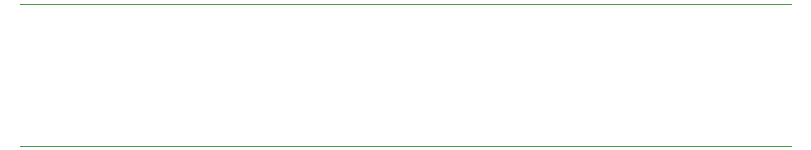
<source format=gbo>
G04 #@! TF.GenerationSoftware,KiCad,Pcbnew,5.1.10*
G04 #@! TF.CreationDate,2021-06-04T18:58:03-05:00*
G04 #@! TF.ProjectId,Rectifier,52656374-6966-4696-9572-2e6b69636164,rev?*
G04 #@! TF.SameCoordinates,Original*
G04 #@! TF.FileFunction,Legend,Bot*
G04 #@! TF.FilePolarity,Positive*
%FSLAX46Y46*%
G04 Gerber Fmt 4.6, Leading zero omitted, Abs format (unit mm)*
G04 Created by KiCad (PCBNEW 5.1.10) date 2021-06-04 18:58:03*
%MOMM*%
%LPD*%
G01*
G04 APERTURE LIST*
%ADD10C,0.120000*%
%ADD11C,0.900000*%
%ADD12C,10.600000*%
%ADD13C,2.600000*%
%ADD14R,2.600000X2.600000*%
%ADD15O,1.950000X1.700000*%
%ADD16O,3.200000X3.200000*%
%ADD17R,3.200000X3.200000*%
G04 APERTURE END LIST*
D10*
X120250000Y-60500000D02*
X185500000Y-60500000D01*
X120250000Y-48500000D02*
X185500000Y-48500000D01*
%LPC*%
D11*
X178310749Y-35689251D03*
X175500000Y-34525000D03*
X172689251Y-35689251D03*
X171525000Y-38500000D03*
X172689251Y-41310749D03*
X175500000Y-42475000D03*
X178310749Y-41310749D03*
X179475000Y-38500000D03*
D12*
X175500000Y-38500000D03*
X130250000Y-39000000D03*
D11*
X134225000Y-39000000D03*
X133060749Y-41810749D03*
X130250000Y-42975000D03*
X127439251Y-41810749D03*
X126275000Y-39000000D03*
X127439251Y-36189251D03*
X130250000Y-35025000D03*
X133060749Y-36189251D03*
D13*
X126250000Y-57000000D03*
D14*
X126250000Y-52000000D03*
D13*
X126250000Y-78000000D03*
D14*
X126250000Y-73000000D03*
D13*
X179500000Y-52000000D03*
D14*
X179500000Y-57000000D03*
D15*
X182000000Y-79250000D03*
X182000000Y-76750000D03*
X182000000Y-74250000D03*
G36*
G01*
X181275000Y-70900000D02*
X182725000Y-70900000D01*
G75*
G02*
X182975000Y-71150000I0J-250000D01*
G01*
X182975000Y-72350000D01*
G75*
G02*
X182725000Y-72600000I-250000J0D01*
G01*
X181275000Y-72600000D01*
G75*
G02*
X181025000Y-72350000I0J250000D01*
G01*
X181025000Y-71150000D01*
G75*
G02*
X181275000Y-70900000I250000J0D01*
G01*
G37*
D16*
X150990000Y-57500000D03*
D17*
X135750000Y-57500000D03*
D16*
X150990000Y-78500000D03*
D17*
X135750000Y-78500000D03*
D16*
X150990000Y-66500000D03*
D17*
X135750000Y-66500000D03*
D16*
X150990000Y-51500000D03*
D17*
X135750000Y-51500000D03*
D16*
X170240000Y-57500000D03*
D17*
X155000000Y-57500000D03*
D16*
X150990000Y-84500000D03*
D17*
X135750000Y-84500000D03*
D16*
X170240000Y-78500000D03*
D17*
X155000000Y-78500000D03*
D16*
X150990000Y-72500000D03*
D17*
X135750000Y-72500000D03*
D16*
X170240000Y-66500000D03*
D17*
X155000000Y-66500000D03*
D16*
X170240000Y-51500000D03*
D17*
X155000000Y-51500000D03*
D16*
X170240000Y-84500000D03*
D17*
X155000000Y-84500000D03*
D16*
X170240000Y-72500000D03*
D17*
X155000000Y-72500000D03*
M02*

</source>
